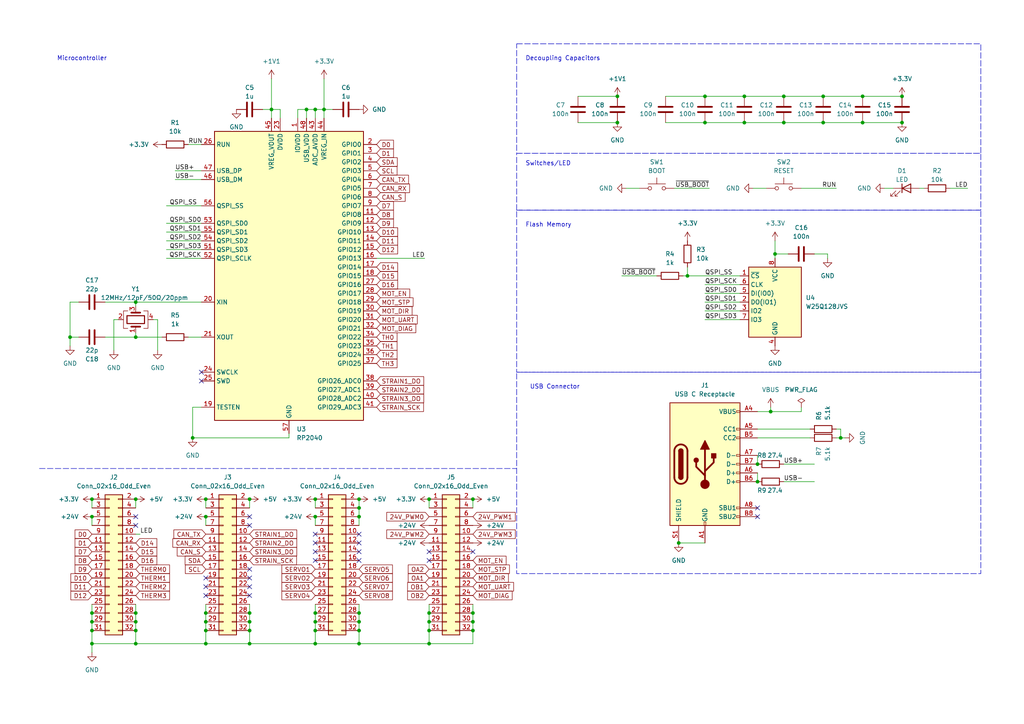
<source format=kicad_sch>
(kicad_sch (version 20231120) (generator "eeschema") (generator_version "8.0")
  (paper "A4")
  (junction (at 72.39 180.34))
  (junction (at 91.44 182.88))
  (junction (at 224.79 73.66))
  (junction (at 39.37 186.69))
  (junction (at 124.46 180.34))
  (junction (at 55.88 127))
  (junction (at 104.14 144.78))
  (junction (at 227.33 35.56))
  (junction (at 59.69 144.78))
  (junction (at 91.44 180.34))
  (junction (at 124.46 182.88))
  (junction (at 215.9 35.56))
  (junction (at 250.19 35.56))
  (junction (at 26.67 182.88))
  (junction (at 39.37 177.8))
  (junction (at 78.74 31.75))
  (junction (at 238.76 35.56))
  (junction (at 88.9 31.75))
  (junction (at 59.69 177.8))
  (junction (at 91.44 186.69))
  (junction (at 219.71 139.7))
  (junction (at 204.47 35.56))
  (junction (at 59.69 180.34))
  (junction (at 179.07 35.56))
  (junction (at 196.85 157.48))
  (junction (at 199.39 80.01))
  (junction (at 243.84 127))
  (junction (at 137.16 180.34))
  (junction (at 104.14 147.32))
  (junction (at 227.33 27.94))
  (junction (at 91.44 177.8))
  (junction (at 104.14 149.86))
  (junction (at 137.16 182.88))
  (junction (at 104.14 186.69))
  (junction (at 59.69 182.88))
  (junction (at 204.47 27.94))
  (junction (at 124.46 144.78))
  (junction (at 179.07 27.94))
  (junction (at 238.76 27.94))
  (junction (at 91.44 149.86))
  (junction (at 20.32 97.79))
  (junction (at 104.14 182.88))
  (junction (at 26.67 186.69))
  (junction (at 124.46 186.69))
  (junction (at 215.9 27.94))
  (junction (at 261.62 35.56))
  (junction (at 91.44 144.78))
  (junction (at 250.19 27.94))
  (junction (at 59.69 186.69))
  (junction (at 91.44 31.75))
  (junction (at 223.52 119.38))
  (junction (at 39.37 144.78))
  (junction (at 104.14 180.34))
  (junction (at 261.62 27.94))
  (junction (at 104.14 177.8))
  (junction (at 26.67 177.8))
  (junction (at 72.39 186.69))
  (junction (at 26.67 180.34))
  (junction (at 39.37 87.63))
  (junction (at 72.39 182.88))
  (junction (at 137.16 177.8))
  (junction (at 124.46 177.8))
  (junction (at 93.98 31.75))
  (junction (at 72.39 177.8))
  (junction (at 26.67 144.78))
  (junction (at 137.16 144.78))
  (junction (at 39.37 180.34))
  (junction (at 219.71 134.62))
  (junction (at 26.67 149.86))
  (junction (at 72.39 144.78))
  (junction (at 39.37 97.79))
  (junction (at 59.69 149.86))
  (junction (at 39.37 182.88))
  (no_connect (at 72.39 152.4))
  (no_connect (at 59.69 167.64))
  (no_connect (at 219.71 149.86))
  (no_connect (at 72.39 167.64))
  (no_connect (at 39.37 149.86))
  (no_connect (at 91.44 162.56))
  (no_connect (at 104.14 157.48))
  (no_connect (at 59.69 170.18))
  (no_connect (at 91.44 160.02))
  (no_connect (at 124.46 162.56))
  (no_connect (at 58.42 107.95))
  (no_connect (at 137.16 160.02))
  (no_connect (at 124.46 160.02))
  (no_connect (at 91.44 154.94))
  (no_connect (at 72.39 172.72))
  (no_connect (at 104.14 160.02))
  (no_connect (at 104.14 162.56))
  (no_connect (at 219.71 147.32))
  (no_connect (at 39.37 152.4))
  (no_connect (at 72.39 149.86))
  (no_connect (at 104.14 154.94))
  (no_connect (at 91.44 157.48))
  (no_connect (at 58.42 110.49))
  (no_connect (at 72.39 165.1))
  (no_connect (at 72.39 170.18))
  (no_connect (at 59.69 172.72))
  (wire (pts (xy 59.69 186.69) (xy 39.37 186.69)))
  (wire (pts (xy 88.9 31.75) (xy 88.9 34.29)))
  (wire (pts (xy 86.36 31.75) (xy 86.36 34.29)))
  (wire (pts (xy 54.61 41.91) (xy 58.42 41.91)))
  (polyline (pts (xy 11.43 135.89) (xy 149.86 135.89)) (stroke (width 0) (type dash)))
  (wire (pts (xy 204.47 90.17) (xy 214.63 90.17)))
  (wire (pts (xy 26.67 186.69) (xy 26.67 189.23)))
  (wire (pts (xy 137.16 180.34) (xy 137.16 182.88)))
  (wire (pts (xy 91.44 31.75) (xy 91.44 34.29)))
  (wire (pts (xy 59.69 175.26) (xy 59.69 177.8)))
  (wire (pts (xy 39.37 177.8) (xy 39.37 180.34)))
  (wire (pts (xy 224.79 73.66) (xy 228.6 73.66)))
  (wire (pts (xy 76.2 31.75) (xy 78.74 31.75)))
  (wire (pts (xy 55.88 118.11) (xy 55.88 127)))
  (wire (pts (xy 137.16 182.88) (xy 137.16 186.69)))
  (wire (pts (xy 39.37 88.9) (xy 39.37 87.63)))
  (wire (pts (xy 242.57 54.61) (xy 232.41 54.61)))
  (wire (pts (xy 104.14 186.69) (xy 91.44 186.69)))
  (wire (pts (xy 137.16 175.26) (xy 137.16 177.8)))
  (wire (pts (xy 219.71 127) (xy 234.95 127)))
  (wire (pts (xy 238.76 35.56) (xy 250.19 35.56)))
  (wire (pts (xy 26.67 182.88) (xy 26.67 186.69)))
  (wire (pts (xy 227.33 35.56) (xy 238.76 35.56)))
  (wire (pts (xy 180.34 80.01) (xy 190.5 80.01)))
  (wire (pts (xy 72.39 144.78) (xy 72.39 147.32)))
  (wire (pts (xy 227.33 134.62) (xy 236.22 134.62)))
  (wire (pts (xy 250.19 27.94) (xy 238.76 27.94)))
  (wire (pts (xy 243.84 124.46) (xy 243.84 127)))
  (wire (pts (xy 26.67 180.34) (xy 26.67 182.88)))
  (wire (pts (xy 72.39 186.69) (xy 59.69 186.69)))
  (wire (pts (xy 81.28 31.75) (xy 78.74 31.75)))
  (wire (pts (xy 48.26 59.69) (xy 58.42 59.69)))
  (wire (pts (xy 45.72 101.6) (xy 45.72 92.71)))
  (wire (pts (xy 81.28 34.29) (xy 81.28 31.75)))
  (wire (pts (xy 39.37 180.34) (xy 39.37 182.88)))
  (wire (pts (xy 242.57 127) (xy 243.84 127)))
  (wire (pts (xy 196.85 157.48) (xy 204.47 157.48)))
  (wire (pts (xy 205.74 54.61) (xy 195.58 54.61)))
  (wire (pts (xy 199.39 80.01) (xy 214.63 80.01)))
  (wire (pts (xy 72.39 175.26) (xy 72.39 177.8)))
  (wire (pts (xy 179.07 27.94) (xy 167.64 27.94)))
  (wire (pts (xy 88.9 31.75) (xy 91.44 31.75)))
  (wire (pts (xy 33.02 92.71) (xy 34.29 92.71)))
  (wire (pts (xy 204.47 87.63) (xy 214.63 87.63)))
  (wire (pts (xy 59.69 149.86) (xy 59.69 152.4)))
  (wire (pts (xy 218.44 54.61) (xy 222.25 54.61)))
  (wire (pts (xy 30.48 87.63) (xy 39.37 87.63)))
  (wire (pts (xy 91.44 177.8) (xy 91.44 180.34)))
  (wire (pts (xy 39.37 87.63) (xy 58.42 87.63)))
  (wire (pts (xy 26.67 144.78) (xy 26.67 147.32)))
  (wire (pts (xy 48.26 69.85) (xy 58.42 69.85)))
  (wire (pts (xy 124.46 144.78) (xy 124.46 147.32)))
  (wire (pts (xy 59.69 144.78) (xy 59.69 147.32)))
  (wire (pts (xy 104.14 147.32) (xy 104.14 149.86)))
  (wire (pts (xy 26.67 177.8) (xy 26.67 180.34)))
  (wire (pts (xy 204.47 27.94) (xy 193.04 27.94)))
  (wire (pts (xy 86.36 31.75) (xy 88.9 31.75)))
  (wire (pts (xy 124.46 180.34) (xy 124.46 182.88)))
  (wire (pts (xy 224.79 73.66) (xy 224.79 74.93)))
  (wire (pts (xy 227.33 27.94) (xy 215.9 27.94)))
  (wire (pts (xy 72.39 180.34) (xy 72.39 182.88)))
  (wire (pts (xy 137.16 177.8) (xy 137.16 180.34)))
  (wire (pts (xy 78.74 31.75) (xy 78.74 34.29)))
  (wire (pts (xy 261.62 35.56) (xy 250.19 35.56)))
  (wire (pts (xy 123.19 74.93) (xy 109.22 74.93)))
  (wire (pts (xy 72.39 177.8) (xy 72.39 180.34)))
  (wire (pts (xy 219.71 137.16) (xy 219.71 139.7)))
  (wire (pts (xy 224.79 69.85) (xy 224.79 73.66)))
  (wire (pts (xy 39.37 97.79) (xy 30.48 97.79)))
  (wire (pts (xy 204.47 85.09) (xy 214.63 85.09)))
  (wire (pts (xy 204.47 92.71) (xy 214.63 92.71)))
  (wire (pts (xy 26.67 149.86) (xy 26.67 152.4)))
  (wire (pts (xy 219.71 119.38) (xy 223.52 119.38)))
  (wire (pts (xy 91.44 149.86) (xy 91.44 152.4)))
  (wire (pts (xy 104.14 175.26) (xy 104.14 177.8)))
  (wire (pts (xy 55.88 127) (xy 83.82 127)))
  (wire (pts (xy 54.61 97.79) (xy 58.42 97.79)))
  (wire (pts (xy 26.67 175.26) (xy 26.67 177.8)))
  (wire (pts (xy 240.03 73.66) (xy 240.03 74.93)))
  (wire (pts (xy 58.42 118.11) (xy 55.88 118.11)))
  (wire (pts (xy 198.12 80.01) (xy 199.39 80.01)))
  (wire (pts (xy 238.76 27.94) (xy 227.33 27.94)))
  (wire (pts (xy 137.16 186.69) (xy 124.46 186.69)))
  (wire (pts (xy 124.46 182.88) (xy 124.46 186.69)))
  (wire (pts (xy 232.41 119.38) (xy 232.41 118.11)))
  (wire (pts (xy 261.62 27.94) (xy 250.19 27.94)))
  (wire (pts (xy 242.57 124.46) (xy 243.84 124.46)))
  (wire (pts (xy 39.37 182.88) (xy 39.37 186.69)))
  (wire (pts (xy 48.26 74.93) (xy 58.42 74.93)))
  (wire (pts (xy 199.39 77.47) (xy 199.39 80.01)))
  (wire (pts (xy 204.47 35.56) (xy 215.9 35.56)))
  (wire (pts (xy 215.9 35.56) (xy 227.33 35.56)))
  (wire (pts (xy 48.26 64.77) (xy 58.42 64.77)))
  (wire (pts (xy 104.14 144.78) (xy 104.14 147.32)))
  (wire (pts (xy 193.04 35.56) (xy 204.47 35.56)))
  (wire (pts (xy 91.44 182.88) (xy 91.44 186.69)))
  (wire (pts (xy 280.67 54.61) (xy 275.59 54.61)))
  (wire (pts (xy 181.61 54.61) (xy 185.42 54.61)))
  (wire (pts (xy 39.37 175.26) (xy 39.37 177.8)))
  (wire (pts (xy 39.37 144.78) (xy 39.37 147.32)))
  (wire (pts (xy 204.47 82.55) (xy 214.63 82.55)))
  (wire (pts (xy 104.14 149.86) (xy 104.14 152.4)))
  (wire (pts (xy 91.44 175.26) (xy 91.44 177.8)))
  (wire (pts (xy 20.32 87.63) (xy 20.32 97.79)))
  (wire (pts (xy 39.37 96.52) (xy 39.37 97.79)))
  (wire (pts (xy 243.84 127) (xy 245.11 127)))
  (wire (pts (xy 223.52 118.11) (xy 223.52 119.38)))
  (wire (pts (xy 215.9 27.94) (xy 204.47 27.94)))
  (wire (pts (xy 59.69 177.8) (xy 59.69 180.34)))
  (wire (pts (xy 104.14 180.34) (xy 104.14 182.88)))
  (wire (pts (xy 124.46 177.8) (xy 124.46 180.34)))
  (wire (pts (xy 40.64 154.94) (xy 39.37 154.94)))
  (wire (pts (xy 72.39 182.88) (xy 72.39 186.69)))
  (wire (pts (xy 58.42 67.31) (xy 48.26 67.31)))
  (wire (pts (xy 223.52 119.38) (xy 232.41 119.38)))
  (wire (pts (xy 93.98 31.75) (xy 93.98 34.29)))
  (wire (pts (xy 227.33 139.7) (xy 236.22 139.7)))
  (wire (pts (xy 179.07 35.56) (xy 167.64 35.56)))
  (wire (pts (xy 91.44 180.34) (xy 91.44 182.88)))
  (wire (pts (xy 50.8 52.07) (xy 58.42 52.07)))
  (wire (pts (xy 20.32 97.79) (xy 20.32 100.33)))
  (wire (pts (xy 93.98 22.86) (xy 93.98 31.75)))
  (wire (pts (xy 124.46 175.26) (xy 124.46 177.8)))
  (wire (pts (xy 39.37 186.69) (xy 26.67 186.69)))
  (wire (pts (xy 20.32 97.79) (xy 22.86 97.79)))
  (wire (pts (xy 219.71 124.46) (xy 234.95 124.46)))
  (wire (pts (xy 91.44 186.69) (xy 72.39 186.69)))
  (wire (pts (xy 78.74 22.86) (xy 78.74 31.75)))
  (wire (pts (xy 91.44 31.75) (xy 93.98 31.75)))
  (wire (pts (xy 39.37 97.79) (xy 46.99 97.79)))
  (wire (pts (xy 45.72 92.71) (xy 44.45 92.71)))
  (wire (pts (xy 236.22 73.66) (xy 240.03 73.66)))
  (wire (pts (xy 266.7 54.61) (xy 267.97 54.61)))
  (wire (pts (xy 59.69 180.34) (xy 59.69 182.88)))
  (wire (pts (xy 104.14 182.88) (xy 104.14 186.69)))
  (wire (pts (xy 256.54 54.61) (xy 259.08 54.61)))
  (wire (pts (xy 219.71 132.08) (xy 219.71 134.62)))
  (wire (pts (xy 48.26 72.39) (xy 58.42 72.39)))
  (wire (pts (xy 59.69 182.88) (xy 59.69 186.69)))
  (wire (pts (xy 83.82 127) (xy 83.82 125.73)))
  (wire (pts (xy 137.16 144.78) (xy 137.16 147.32)))
  (wire (pts (xy 91.44 144.78) (xy 91.44 147.32)))
  (wire (pts (xy 124.46 186.69) (xy 104.14 186.69)))
  (wire (pts (xy 93.98 31.75) (xy 96.52 31.75)))
  (wire (pts (xy 50.8 49.53) (xy 58.42 49.53)))
  (wire (pts (xy 104.14 177.8) (xy 104.14 180.34)))
  (wire (pts (xy 22.86 87.63) (xy 20.32 87.63)))
  (wire (pts (xy 33.02 101.6) (xy 33.02 92.71)))
  (rectangle (start 149.86 60.96) (end 284.48 107.95) (stroke (width 0) (type dash)))
  (rectangle (start 149.86 12.7) (end 284.48 44.45) (stroke (width 0) (type dash)))
  (rectangle (start 149.86 107.95) (end 284.48 166.37) (stroke (width 0) (type dash)))
  (rectangle (start 149.86 44.45) (end 284.48 60.96) (stroke (width 0) (type dash)))
  (text "Decoupling Capacitors\n" (at 152.4 17.78 0) (effects (font (size 1.27 1.27)) (justify left bottom)))
  (text "Switches/LED\n" (at 152.4 48.26 0) (effects (font (size 1.27 1.27)) (justify left bottom)))
  (text "USB Connector\n" (at 153.67 113.03 0) (effects (font (size 1.27 1.27)) (justify left bottom)))
  (text "Flash Memory\n" (at 152.4 66.04 0) (effects (font (size 1.27 1.27)) (justify left bottom)))
  (text "Microcontroller" (at 16.51 17.78 0) (effects (font (size 1.27 1.27)) (justify left bottom)))
  (label "QSPI_SS" (at 204.47 80.01 0))
  (label "QSPI_SCK" (at 58.42 74.93 180))
  (label "USB+" (at 50.8 49.53 0))
  (label "USB-" (at 227.33 139.7 0))
  (label "QSPI_SS" (at 57.15 59.69 180))
  (label "USB+" (at 227.33 134.62 0))
  (label "QSPI_SD1" (at 58.42 67.31 180))
  (label "RUN" (at 242.57 54.61 180))
  (label "QSPI_SD3" (at 204.47 92.71 0))
  (label "RUN" (at 54.61 41.91 0))
  (label "LED" (at 280.67 54.61 180))
  (label "~{USB_BOOT}" (at 205.74 54.61 180))
  (label "QSPI_SD0" (at 204.47 85.09 0))
  (label "LED" (at 123.19 74.93 180))
  (label "QSPI_SD3" (at 58.42 72.39 180))
  (label "~{USB_BOOT}" (at 180.34 80.01 0))
  (label "QSPI_SCK" (at 204.47 82.55 0))
  (label "QSPI_SD2" (at 204.47 90.17 0))
  (label "LED" (at 40.64 154.94 0))
  (label "USB-" (at 50.8 52.07 0))
  (label "QSPI_SD1" (at 204.47 87.63 0))
  (label "QSPI_SD2" (at 58.42 69.85 180))
  (label "QSPI_SD0" (at 58.42 64.77 180))
  (global_label "MOT_DIAG" (shape input) (at 109.22 95.25 0) (property "Intersheetrefs" "${INTERSHEET_REFS}" (effects (hide yes))))
  (global_label "D10" (shape input) (at 109.22 67.31 0) (property "Intersheetrefs" "${INTERSHEET_REFS}" (effects (hide yes))))
  (global_label "D14" (shape input) (at 109.22 77.47 0) (property "Intersheetrefs" "${INTERSHEET_REFS}" (effects (hide yes))))
  (global_label "MOT_DIR" (shape input) (at 109.22 90.17 0) (property "Intersheetrefs" "${INTERSHEET_REFS}" (effects (hide yes))))
  (global_label "MOT_UART" (shape input) (at 137.16 170.18 0) (property "Intersheetrefs" "${INTERSHEET_REFS}" (effects (hide yes))))
  (global_label "CAN_RX" (shape input) (at 109.22 54.61 0) (property "Intersheetrefs" "${INTERSHEET_REFS}" (effects (hide yes))))
  (global_label "D14" (shape input) (at 39.37 157.48 0) (property "Intersheetrefs" "${INTERSHEET_REFS}" (effects (hide yes))))
  (global_label "SERVO8" (shape input) (at 104.14 172.72 0) (property "Intersheetrefs" "${INTERSHEET_REFS}" (effects (hide yes))))
  (global_label "SERVO4" (shape input) (at 91.44 172.72 180) (property "Intersheetrefs" "${INTERSHEET_REFS}" (effects (hide yes))))
  (global_label "D12" (shape input) (at 26.67 172.72 180) (property "Intersheetrefs" "${INTERSHEET_REFS}" (effects (hide yes))))
  (global_label "D12" (shape input) (at 109.22 72.39 0) (property "Intersheetrefs" "${INTERSHEET_REFS}" (effects (hide yes))))
  (global_label "SERVO2" (shape input) (at 91.44 167.64 180) (property "Intersheetrefs" "${INTERSHEET_REFS}" (effects (hide yes))))
  (global_label "SERVO3" (shape input) (at 91.44 170.18 180) (property "Intersheetrefs" "${INTERSHEET_REFS}" (effects (hide yes))))
  (global_label "STRAIN1_DO" (shape input) (at 109.22 110.49 0) (property "Intersheetrefs" "${INTERSHEET_REFS}" (effects (hide yes))))
  (global_label "SCL" (shape input) (at 109.22 49.53 0) (property "Intersheetrefs" "${INTERSHEET_REFS}" (effects (hide yes))))
  (global_label "CAN_TX" (shape input) (at 109.22 52.07 0) (property "Intersheetrefs" "${INTERSHEET_REFS}" (effects (hide yes))))
  (global_label "TH3" (shape input) (at 109.22 105.41 0) (property "Intersheetrefs" "${INTERSHEET_REFS}" (effects (hide yes))))
  (global_label "24V_PWM1" (shape input) (at 137.16 149.86 0) (property "Intersheetrefs" "${INTERSHEET_REFS}" (effects (hide yes))))
  (global_label "D8" (shape input) (at 26.67 162.56 180) (property "Intersheetrefs" "${INTERSHEET_REFS}" (effects (hide yes))))
  (global_label "OB1" (shape input) (at 124.46 170.18 180) (property "Intersheetrefs" "${INTERSHEET_REFS}" (effects (hide yes))))
  (global_label "THERM3" (shape input) (at 39.37 172.72 0) (property "Intersheetrefs" "${INTERSHEET_REFS}" (effects (hide yes))))
  (global_label "STRAIN3_DO" (shape input) (at 109.22 115.57 0) (property "Intersheetrefs" "${INTERSHEET_REFS}" (effects (hide yes))))
  (global_label "CAN_S" (shape input) (at 59.69 160.02 180) (property "Intersheetrefs" "${INTERSHEET_REFS}" (effects (hide yes))))
  (global_label "OB2" (shape input) (at 124.46 172.72 180) (property "Intersheetrefs" "${INTERSHEET_REFS}" (effects (hide yes))))
  (global_label "OA2" (shape input) (at 124.46 165.1 180) (property "Intersheetrefs" "${INTERSHEET_REFS}" (effects (hide yes))))
  (global_label "STRAIN3_DO" (shape input) (at 72.39 160.02 0) (property "Intersheetrefs" "${INTERSHEET_REFS}" (effects (hide yes))))
  (global_label "TH0" (shape input) (at 109.22 97.79 0) (property "Intersheetrefs" "${INTERSHEET_REFS}" (effects (hide yes))))
  (global_label "D10" (shape input) (at 26.67 167.64 180) (property "Intersheetrefs" "${INTERSHEET_REFS}" (effects (hide yes))))
  (global_label "MOT_STP" (shape input) (at 137.16 165.1 0) (property "Intersheetrefs" "${INTERSHEET_REFS}" (effects (hide yes))))
  (global_label "MOT_UART" (shape input) (at 109.22 92.71 0) (property "Intersheetrefs" "${INTERSHEET_REFS}" (effects (hide yes))))
  (global_label "SDA" (shape input) (at 59.69 162.56 180) (property "Intersheetrefs" "${INTERSHEET_REFS}" (effects (hide yes))))
  (global_label "SDA" (shape input) (at 109.22 46.99 0) (property "Intersheetrefs" "${INTERSHEET_REFS}" (effects (hide yes))))
  (global_label "MOT_EN" (shape input) (at 137.16 162.56 0) (property "Intersheetrefs" "${INTERSHEET_REFS}" (effects (hide yes))))
  (global_label "D8" (shape input) (at 109.22 62.23 0) (property "Intersheetrefs" "${INTERSHEET_REFS}" (effects (hide yes))))
  (global_label "SERVO1" (shape input) (at 91.44 165.1 180) (property "Intersheetrefs" "${INTERSHEET_REFS}" (effects (hide yes))))
  (global_label "D15" (shape input) (at 39.37 160.02 0) (property "Intersheetrefs" "${INTERSHEET_REFS}" (effects (hide yes))))
  (global_label "D7" (shape input) (at 26.67 160.02 180) (property "Intersheetrefs" "${INTERSHEET_REFS}" (effects (hide yes))))
  (global_label "24V_PWM0" (shape input) (at 124.46 149.86 180) (property "Intersheetrefs" "${INTERSHEET_REFS}" (effects (hide yes))))
  (global_label "D15" (shape input) (at 109.22 80.01 0) (property "Intersheetrefs" "${INTERSHEET_REFS}" (effects (hide yes))))
  (global_label "STRAIN_SCK" (shape input) (at 72.39 162.56 0) (property "Intersheetrefs" "${INTERSHEET_REFS}" (effects (hide yes))))
  (global_label "THERM2" (shape input) (at 39.37 170.18 0) (property "Intersheetrefs" "${INTERSHEET_REFS}" (effects (hide yes))))
  (global_label "MOT_EN" (shape input) (at 109.22 85.09 0) (property "Intersheetrefs" "${INTERSHEET_REFS}" (effects (hide yes))))
  (global_label "STRAIN_SCK" (shape input) (at 109.22 118.11 0) (property "Intersheetrefs" "${INTERSHEET_REFS}" (effects (hide yes))))
  (global_label "CAN_RX" (shape input) (at 59.69 157.48 180) (property "Intersheetrefs" "${INTERSHEET_REFS}" (effects (hide yes))))
  (global_label "CAN_TX" (shape input) (at 59.69 154.94 180) (property "Intersheetrefs" "${INTERSHEET_REFS}" (effects (hide yes))))
  (global_label "TH1" (shape input) (at 109.22 100.33 0) (property "Intersheetrefs" "${INTERSHEET_REFS}" (effects (hide yes))))
  (global_label "STRAIN2_DO" (shape input) (at 109.22 113.03 0) (property "Intersheetrefs" "${INTERSHEET_REFS}" (effects (hide yes))))
  (global_label "SERVO7" (shape input) (at 104.14 170.18 0) (property "Intersheetrefs" "${INTERSHEET_REFS}" (effects (hide yes))))
  (global_label "D9" (shape input) (at 109.22 64.77 0) (property "Intersheetrefs" "${INTERSHEET_REFS}" (effects (hide yes))))
  (global_label "OA1" (shape input) (at 124.46 167.64 180) (property "Intersheetrefs" "${INTERSHEET_REFS}" (effects (hide yes))))
  (global_label "24V_PWM3" (shape input) (at 137.16 154.94 0) (property "Intersheetrefs" "${INTERSHEET_REFS}" (effects (hide yes))))
  (global_label "THERM1" (shape input) (at 39.37 167.64 0) (property "Intersheetrefs" "${INTERSHEET_REFS}" (effects (hide yes))))
  (global_label "D0" (shape input) (at 26.67 154.94 180) (property "Intersheetrefs" "${INTERSHEET_REFS}" (effects (hide yes))))
  (global_label "D1" (shape input) (at 109.22 44.45 0) (property "Intersheetrefs" "${INTERSHEET_REFS}" (effects (hide yes))))
  (global_label "STRAIN2_DO" (shape input) (at 72.39 157.48 0) (property "Intersheetrefs" "${INTERSHEET_REFS}" (effects (hide yes))))
  (global_label "D7" (shape input) (at 109.22 59.69 0) (property "Intersheetrefs" "${INTERSHEET_REFS}" (effects (hide yes))))
  (global_label "SCL" (shape input) (at 59.69 165.1 180) (property "Intersheetrefs" "${INTERSHEET_REFS}" (effects (hide yes))))
  (global_label "STRAIN1_DO" (shape input) (at 72.39 154.94 0) (property "Intersheetrefs" "${INTERSHEET_REFS}" (effects (hide yes))))
  (global_label "SERVO5" (shape input) (at 104.14 165.1 0) (property "Intersheetrefs" "${INTERSHEET_REFS}" (effects (hide yes))))
  (global_label "D16" (shape input) (at 109.22 82.55 0) (property "Intersheetrefs" "${INTERSHEET_REFS}" (effects (hide yes))))
  (global_label "D9" (shape input) (at 26.67 165.1 180) (property "Intersheetrefs" "${INTERSHEET_REFS}" (effects (hide yes))))
  (global_label "24V_PWM2" (shape input) (at 124.46 154.94 180) (property "Intersheetrefs" "${INTERSHEET_REFS}" (effects (hide yes))))
  (global_label "D0" (shape input) (at 109.22 41.91 0) (property "Intersheetrefs" "${INTERSHEET_REFS}" (effects (hide yes))))
  (global_label "MOT_DIAG" (shape input) (at 137.16 172.72 0) (property "Intersheetrefs" "${INTERSHEET_REFS}" (effects (hide yes))))
  (global_label "THERM0" (shape input) (at 39.37 165.1 0) (property "Intersheetrefs" "${INTERSHEET_REFS}" (effects (hide yes))))
  (global_label "SERVO6" (shape input) (at 104.14 167.64 0) (property "Intersheetrefs" "${INTERSHEET_REFS}" (effects (hide yes))))
  (global_label "D1" (shape input) (at 26.67 157.48 180) (property "Intersheetrefs" "${INTERSHEET_REFS}" (effects (hide yes))))
  (global_label "TH2" (shape input) (at 109.22 102.87 0) (property "Intersheetrefs" "${INTERSHEET_REFS}" (effects (hide yes))))
  (global_label "D11" (shape input) (at 109.22 69.85 0) (property "Intersheetrefs" "${INTERSHEET_REFS}" (effects (hide yes))))
  (global_label "MOT_STP" (shape input) (at 109.22 87.63 0) (property "Intersheetrefs" "${INTERSHEET_REFS}" (effects (hide yes))))
  (global_label "MOT_DIR" (shape input) (at 137.16 167.64 0) (property "Intersheetrefs" "${INTERSHEET_REFS}" (effects (hide yes))))
  (global_label "D16" (shape input) (at 39.37 162.56 0) (property "Intersheetrefs" "${INTERSHEET_REFS}" (effects (hide yes))))
  (global_label "CAN_S" (shape input) (at 109.22 57.15 0) (property "Intersheetrefs" "${INTERSHEET_REFS}" (effects (hide yes))))
  (global_label "D11" (shape input) (at 26.67 170.18 180) (property "Intersheetrefs" "${INTERSHEET_REFS}" (effects (hide yes))))
  (symbol (lib_id "Device:C") (at 238.76 31.75 180) (unit 1)
    (property "Reference" "C13" (at 233.68 30.48 0))
    (property "Value" "100n" (at 233.68 33.02 0))
    (property "Footprint" "Capacitor_SMD:C_0603_1608Metric_Pad1.08x0.95mm_HandSolder" (effects (hide yes)))
    (property "Digikey" "1276-1935-1-ND" (effects (hide yes)))
    (instances (project "Toolhead Board" (path "" (reference "C13") (unit 1))) (project "magn_angle_sensor_v2" (path "" (reference "C7") (unit 1))))
  )
  (symbol (lib_id "Connector_Generic:Conn_02x16_Odd_Even") (at 64.77 162.56 0) (unit 1)
    (property "Reference" "J3" (at 66.04 138.43 0))
    (property "Value" "Conn_02x16_Odd_Even" (at 66.04 140.97 0))
    (property "Footprint" "Connector_PinHeader_2.54mm:PinHeader_2x16_P2.54mm_Vertical" (effects (hide yes)))
    (property "Digikey" "S7084-ND" (effects (hide yes)))
  )
  (symbol (lib_id "power:+5V") (at 104.14 144.78 270) (unit 1)
    (property "Reference" "#PWR036" (effects (hide yes)))
    (property "Value" "+5V" (at 107.95 144.78 90) (effects (justify left)))
  )
  (symbol (lib_id "power:GND") (at 20.32 100.33 0) (unit 1)
    (property "Reference" "#PWR024" (effects (hide yes)))
    (property "Value" "GND" (at 20.32 105.41 0))
    (instances (project "Toolhead Board" (path "" (reference "#PWR024") (unit 1))) (project "can_magnetic_angle_sensor" (path "" (reference "#PWR01") (unit 1))) (project "magn_angle_sensor_v2" (path "" (reference "#PWR028") (unit 1))))
  )
  (symbol (lib_id "power:GND") (at 218.44 54.61 270) (unit 1)
    (property "Reference" "#PWR019" (effects (hide yes)))
    (property "Value" "GND" (at 214.63 54.61 90) (effects (justify right)))
    (instances (project "Toolhead Board" (path "" (reference "#PWR019") (unit 1))) (project "can_magnetic_angle_sensor" (path "" (reference "#PWR06") (unit 1))) (project "magn_angle_sensor_v2" (path "" (reference "#PWR023") (unit 1))))
  )
  (symbol (lib_id "Device:Crystal_GND24") (at 39.37 92.71 90) (unit 1)
    (property "Reference" "Y1" (at 39.37 83.82 90))
    (property "Value" "12MHz/12pF/50Ω/20ppm" (at 41.91 86.36 90))
    (property "Footprint" "Oscillator:Oscillator_SMD_SeikoEpson_SG210-4Pin_2.5x2.0mm_HandSoldering" (effects (hide yes)))
    (property "Digikey" "XC1426CT-ND" (effects (hide yes)))
  )
  (symbol (lib_id "Connector_Generic:Conn_02x16_Odd_Even") (at 129.54 162.56 0) (unit 1)
    (property "Reference" "J5" (at 130.81 138.43 0))
    (property "Value" "Conn_02x16_Odd_Even" (at 130.81 140.97 0))
    (property "Footprint" "Connector_PinHeader_2.54mm:PinHeader_2x16_P2.54mm_Vertical" (effects (hide yes)))
    (property "Digikey" "S7084-ND" (effects (hide yes)))
  )
  (symbol (lib_id "power:+3.3V") (at 93.98 22.86 0) (unit 1)
    (property "Reference" "#PWR010" (effects (hide yes)))
    (property "Value" "+3.3V" (at 93.98 17.78 0))
    (instances (project "Toolhead Board" (path "" (reference "#PWR010") (unit 1))) (project "magn_angle_sensor_v2" (path "" (reference "#PWR013") (unit 1))))
  )
  (symbol (lib_id "power:GND") (at 45.72 101.6 0) (unit 1)
    (property "Reference" "#PWR027" (effects (hide yes)))
    (property "Value" "GND" (at 45.72 106.68 0))
    (instances (project "Toolhead Board" (path "" (reference "#PWR027") (unit 1))) (project "can_magnetic_angle_sensor" (path "" (reference "#PWR012") (unit 1))) (project "magn_angle_sensor_v2" (path "" (reference "#PWR030") (unit 1))))
  )
  (symbol (lib_id "Device:C") (at 167.64 31.75 180) (unit 1)
    (property "Reference" "C7" (at 162.56 30.48 0))
    (property "Value" "100n" (at 162.56 33.02 0))
    (property "Footprint" "Capacitor_SMD:C_0603_1608Metric_Pad1.08x0.95mm_HandSolder" (effects (hide yes)))
    (property "Digikey" "1276-1935-1-ND" (effects (hide yes)))
    (instances (project "Toolhead Board" (path "" (reference "C7") (unit 1))) (project "magn_angle_sensor_v2" (path "" (reference "C1") (unit 1))))
  )
  (symbol (lib_id "power:+5V") (at 72.39 144.78 270) (unit 1)
    (property "Reference" "#PWR034" (effects (hide yes)))
    (property "Value" "+5V" (at 76.2 144.78 90) (effects (justify left)))
  )
  (symbol (lib_id "Device:R") (at 199.39 73.66 180) (unit 1)
    (property "Reference" "R3" (at 201.93 72.39 0) (effects (justify right)))
    (property "Value" "10k" (at 201.93 74.93 0) (effects (justify right)))
    (property "Footprint" "Resistor_SMD:R_0603_1608Metric_Pad0.98x0.95mm_HandSolder" (effects (hide yes)))
    (property "Digikey" "1292-WR06X103JTLCT-ND" (effects (hide yes)))
    (instances (project "Toolhead Board" (path "" (reference "R3") (unit 1))) (project "can_magnetic_angle_sensor" (path "" (reference "R6") (unit 1))) (project "magn_angle_sensor_v2" (path "" (reference "R1") (unit 1))))
  )
  (symbol (lib_id "Device:C") (at 26.67 97.79 90) (mirror x) (unit 1)
    (property "Reference" "C18" (at 26.67 104.14 90))
    (property "Value" "22p" (at 26.67 101.6 90))
    (property "Footprint" "Capacitor_SMD:C_0603_1608Metric_Pad1.08x0.95mm_HandSolder" (effects (hide yes)))
    (property "Digikey" "478-KGM15ACG1C220KTCT-ND" (effects (hide yes)))
    (instances (project "Toolhead Board" (path "" (reference "C18") (unit 1))) (project "can_magnetic_angle_sensor" (path "" (reference "C3") (unit 1))) (project "magn_angle_sensor_v2" (path "" (reference "C21") (unit 1))))
  )
  (symbol (lib_id "Device:C") (at 204.47 31.75 180) (unit 1)
    (property "Reference" "C10" (at 199.39 30.48 0))
    (property "Value" "100n" (at 199.39 33.02 0))
    (property "Footprint" "Capacitor_SMD:C_0603_1608Metric_Pad1.08x0.95mm_HandSolder" (effects (hide yes)))
    (property "Digikey" "1276-1935-1-ND" (effects (hide yes)))
    (instances (project "Toolhead Board" (path "" (reference "C10") (unit 1))) (project "magn_angle_sensor_v2" (path "" (reference "C4") (unit 1))))
  )
  (symbol (lib_id "Device:C") (at 26.67 87.63 90) (unit 1)
    (property "Reference" "C17" (at 26.67 81.28 90))
    (property "Value" "22p" (at 26.67 83.82 90))
    (property "Footprint" "Capacitor_SMD:C_0603_1608Metric_Pad1.08x0.95mm_HandSolder" (effects (hide yes)))
    (property "Digikey" "478-KGM15ACG1C220KTCT-ND" (effects (hide yes)))
    (instances (project "Toolhead Board" (path "" (reference "C17") (unit 1))) (project "can_magnetic_angle_sensor" (path "" (reference "C2") (unit 1))) (project "magn_angle_sensor_v2" (path "" (reference "C20") (unit 1))))
  )
  (symbol (lib_id "power:+24V") (at 91.44 149.86 90) (unit 1)
    (property "Reference" "#PWR041" (effects (hide yes)))
    (property "Value" "+24V" (at 87.63 149.86 90) (effects (justify left)))
  )
  (symbol (lib_id "power:+3.3V") (at 46.99 41.91 90) (unit 1)
    (property "Reference" "#PWR017" (effects (hide yes)))
    (property "Value" "+3.3V" (at 43.18 41.91 90) (effects (justify left)))
  )
  (symbol (lib_id "power:+3.3V") (at 199.39 69.85 0) (unit 1)
    (property "Reference" "#PWR021" (effects (hide yes)))
    (property "Value" "+3.3V" (at 199.39 64.77 0))
    (instances (project "Toolhead Board" (path "" (reference "#PWR021") (unit 1))) (project "can_magnetic_angle_sensor" (path "" (reference "#PWR016") (unit 1))) (project "magn_angle_sensor_v2" (path "" (reference "#PWR06") (unit 1))))
  )
  (symbol (lib_id "power:GND") (at 55.88 127 0) (unit 1)
    (property "Reference" "#PWR029" (effects (hide yes)))
    (property "Value" "GND" (at 55.88 132.08 0))
    (instances (project "Toolhead Board" (path "" (reference "#PWR029") (unit 1))) (project "can_magnetic_angle_sensor" (path "" (reference "#PWR018") (unit 1))) (project "magn_angle_sensor_v2" (path "" (reference "#PWR032") (unit 1))))
  )
  (symbol (lib_id "power:+3.3V") (at 91.44 144.78 90) (unit 1)
    (property "Reference" "#PWR035" (effects (hide yes)))
    (property "Value" "+3.3V" (at 87.63 144.78 90) (effects (justify left)))
  )
  (symbol (lib_id "Device:C") (at 179.07 31.75 180) (unit 1)
    (property "Reference" "C8" (at 173.99 30.48 0))
    (property "Value" "100n" (at 173.99 33.02 0))
    (property "Footprint" "Capacitor_SMD:C_0603_1608Metric_Pad1.08x0.95mm_HandSolder" (effects (hide yes)))
    (property "Digikey" "1276-1935-1-ND" (effects (hide yes)))
    (instances (project "Toolhead Board" (path "" (reference "C8") (unit 1))) (project "magn_angle_sensor_v2" (path "" (reference "C2") (unit 1))))
  )
  (symbol (lib_id "MCU_RaspberryPi:RP2040") (at 83.82 80.01 0) (unit 1)
    (property "Reference" "U3" (at 86.0141 124.46 0) (effects (justify left)))
    (property "Value" "RP2040" (at 86.0141 127 0) (effects (justify left)))
    (property "Footprint" "Package_DFN_QFN:QFN-56-1EP_7x7mm_P0.4mm_EP3.2x3.2mm" (effects (hide yes)))
    (property "Datasheet" "https://datasheets.raspberrypi.com/rp2040/rp2040-datasheet.pdf" (effects (hide yes)))
    (property "Digikey" "2648-SC0914(13)CT-ND" (effects (hide yes)))
    (instances (project "Toolhead Board" (path "" (reference "U3") (unit 1))) (project "magn_angle_sensor_v2" (path "" (reference "U5") (unit 1))))
  )
  (symbol (lib_id "power:GND") (at 179.07 35.56 0) (unit 1)
    (property "Reference" "#PWR015" (effects (hide yes)))
    (property "Value" "GND" (at 179.07 40.64 0))
    (instances (project "Toolhead Board" (path "" (reference "#PWR015") (unit 1))) (project "magn_angle_sensor_v2" (path "" (reference "#PWR09") (unit 1))))
  )
  (symbol (lib_id "power:+3.3V") (at 224.79 69.85 0) (unit 1)
    (property "Reference" "#PWR022" (effects (hide yes)))
    (property "Value" "+3.3V" (at 224.79 64.77 0))
    (instances (project "Toolhead Board" (path "" (reference "#PWR022") (unit 1))) (project "can_magnetic_angle_sensor" (path "" (reference "#PWR019") (unit 1))) (project "magn_angle_sensor_v2" (path "" (reference "#PWR07") (unit 1))))
  )
  (symbol (lib_id "Device:R") (at 194.31 80.01 90) (unit 1)
    (property "Reference" "R4" (at 194.31 73.66 90))
    (property "Value" "1k" (at 194.31 76.2 90))
    (property "Footprint" "Resistor_SMD:R_0603_1608Metric_Pad0.98x0.95mm_HandSolder" (effects (hide yes)))
    (property "Digikey" "311-1.00KHRCT-ND" (effects (hide yes)))
    (instances (project "Toolhead Board" (path "" (reference "R4") (unit 1))) (project "can_magnetic_angle_sensor" (path "" (reference "R5") (unit 1))) (project "magn_angle_sensor_v2" (path "" (reference "R2") (unit 1))))
  )
  (symbol (lib_id "Connector_Generic:Conn_02x16_Odd_Even") (at 31.75 162.56 0) (unit 1)
    (property "Reference" "J2" (at 33.02 138.43 0))
    (property "Value" "Conn_02x16_Odd_Even" (at 33.02 140.97 0))
    (property "Footprint" "Connector_PinHeader_2.54mm:PinHeader_2x16_P2.54mm_Vertical" (effects (hide yes)))
    (property "Digikey" "S7084-ND" (effects (hide yes)))
  )
  (symbol (lib_id "Device:C") (at 215.9 31.75 180) (unit 1)
    (property "Reference" "C11" (at 210.82 30.48 0))
    (property "Value" "100n" (at 210.82 33.02 0))
    (property "Footprint" "Capacitor_SMD:C_0603_1608Metric_Pad1.08x0.95mm_HandSolder" (effects (hide yes)))
    (property "Digikey" "1276-1935-1-ND" (effects (hide yes)))
    (instances (project "Toolhead Board" (path "" (reference "C11") (unit 1))) (project "magn_angle_sensor_v2" (path "" (reference "C5") (unit 1))))
  )
  (symbol (lib_id "power:+1V1") (at 78.74 22.86 0) (unit 1)
    (property "Reference" "#PWR09" (effects (hide yes)))
    (property "Value" "+1V1" (at 78.74 17.78 0))
    (instances (project "Toolhead Board" (path "" (reference "#PWR09") (unit 1))) (project "magn_angle_sensor_v2" (path "" (reference "#PWR012") (unit 1))))
  )
  (symbol (lib_id "power:+3.3V") (at 261.62 27.94 0) (unit 1)
    (property "Reference" "#PWR012" (effects (hide yes)))
    (property "Value" "+3.3V" (at 261.62 22.86 0))
    (instances (project "Toolhead Board" (path "" (reference "#PWR012") (unit 1))) (project "magn_angle_sensor_v2" (path "" (reference "#PWR02") (unit 1))))
  )
  (symbol (lib_id "power:+3.3V") (at 124.46 144.78 90) (unit 1)
    (property "Reference" "#PWR037" (effects (hide yes)))
    (property "Value" "+3.3V" (at 120.65 144.78 90) (effects (justify left)))
  )
  (symbol (lib_id "power:GND") (at 240.03 74.93 0) (unit 1)
    (property "Reference" "#PWR023" (effects (hide yes)))
    (property "Value" "GND" (at 240.03 80.01 0))
    (instances (project "Toolhead Board" (path "" (reference "#PWR023") (unit 1))) (project "can_magnetic_angle_sensor" (path "" (reference "#PWR021") (unit 1))) (project "magn_angle_sensor_v2" (path "" (reference "#PWR08") (unit 1))))
  )
  (symbol (lib_id "Device:R") (at 271.78 54.61 90) (unit 1)
    (property "Reference" "R2" (at 271.78 49.53 90))
    (property "Value" "10k" (at 271.78 52.07 90))
    (property "Footprint" "Resistor_SMD:R_0603_1608Metric_Pad0.98x0.95mm_HandSolder" (effects (hide yes)))
    (property "Digikey" "1292-WR06X103JTLCT-ND" (effects (hide yes)))
    (instances (project "Toolhead Board" (path "" (reference "R2") (unit 1))) (project "can_magnetic_angle_sensor" (path "" (reference "R1") (unit 1))) (project "magn_angle_sensor_v2" (path "" (reference "R6") (unit 1))))
  )
  (symbol (lib_id "power:+24V") (at 124.46 152.4 90) (unit 1)
    (property "Reference" "#PWR042" (effects (hide yes)))
    (property "Value" "+24V" (at 120.65 152.4 90) (effects (justify left)))
  )
  (symbol (lib_id "Device:R") (at 223.52 139.7 270) (unit 1)
    (property "Reference" "R9" (at 220.98 142.24 90))
    (property "Value" "27.4" (at 224.79 142.24 90))
    (property "Footprint" "Resistor_SMD:R_0603_1608Metric_Pad0.98x0.95mm_HandSolder" (effects (hide yes)))
    (property "Digikey" "RMCF0603FT27R4CT-ND" (effects (hide yes)))
    (instances (project "Toolhead Board" (path "" (reference "R9") (unit 1))) (project "magn_angle_sensor_v2" (path "" (reference "R5") (unit 1))))
  )
  (symbol (lib_id "power:GND") (at 224.79 100.33 0) (unit 1)
    (property "Reference" "#PWR025" (effects (hide yes)))
    (property "Value" "GND" (at 224.79 105.41 0))
    (instances (project "Toolhead Board" (path "" (reference "#PWR025") (unit 1))) (project "can_magnetic_angle_sensor" (path "" (reference "#PWR020") (unit 1))) (project "magn_angle_sensor_v2" (path "" (reference "#PWR016") (unit 1))))
  )
  (symbol (lib_id "power:VBUS") (at 223.52 118.11 0) (unit 1)
    (property "Reference" "#PWR028" (effects (hide yes)))
    (property "Value" "VBUS" (at 223.52 113.03 0))
    (instances (project "Toolhead Board" (path "" (reference "#PWR028") (unit 1))) (project "can_magnetic_angle_sensor" (path "" (reference "#PWR013") (unit 1))) (project "magn_angle_sensor_v2" (path "" (reference "#PWR033") (unit 1))))
  )
  (symbol (lib_id "power:+5V") (at 39.37 144.78 270) (unit 1)
    (property "Reference" "#PWR032" (effects (hide yes)))
    (property "Value" "+5V" (at 43.18 144.78 90) (effects (justify left)))
  )
  (symbol (lib_id "Memory_Flash:W25Q128JVS") (at 224.79 87.63 0) (unit 1)
    (property "Reference" "U4" (at 233.68 86.36 0) (effects (justify left)))
    (property "Value" "W25Q128JVS" (at 233.68 88.9 0) (effects (justify left)))
    (property "Footprint" "Package_SO:SOIC-8_5.23x5.23mm_P1.27mm" (effects (hide yes)))
    (property "Datasheet" "http://www.winbond.com/resource-files/w25q128jv_dtr%20revc%2003272018%20plus.pdf" (effects (hide yes)))
    (property "Digikey" "W25Q128JVSIQ-ND" (effects (hide yes)))
    (instances (project "Toolhead Board" (path "" (reference "U4") (unit 1))) (project "can_magnetic_angle_sensor" (path "" (reference "U2") (unit 1))) (project "magn_angle_sensor_v2" (path "" (reference "U3") (unit 1))))
  )
  (symbol (lib_id "power:+24V") (at 26.67 149.86 90) (unit 1)
    (property "Reference" "#PWR039" (effects (hide yes)))
    (property "Value" "+24V" (at 22.86 149.86 90) (effects (justify left)))
  )
  (symbol (lib_id "Switch:SW_Push") (at 227.33 54.61 0) (unit 1)
    (property "Reference" "SW2" (at 227.33 46.99 0))
    (property "Value" "RESET" (at 227.33 49.53 0))
    (property "Footprint" "Button_Switch_SMD:SW_SPST_B3U-1000P" (effects (hide yes)))
    (property "Digikey" "SW1020CT-ND" (effects (hide yes)))
    (instances (project "Toolhead Board" (path "" (reference "SW2") (unit 1))) (project "can_magnetic_angle_sensor" (path "" (reference "RESET1") (unit 1))) (project "magn_angle_sensor_v2" (path "" (reference "SW2") (unit 1))))
  )
  (symbol (lib_id "power:GND") (at 33.02 101.6 0) (unit 1)
    (property "Reference" "#PWR026" (effects (hide yes)))
    (property "Value" "GND" (at 33.02 106.68 0))
    (instances (project "Toolhead Board" (path "" (reference "#PWR026") (unit 1))) (project "can_magnetic_angle_sensor" (path "" (reference "#PWR010") (unit 1))) (project "magn_angle_sensor_v2" (path "" (reference "#PWR029") (unit 1))))
  )
  (symbol (lib_id "Device:C") (at 250.19 31.75 180) (unit 1)
    (property "Reference" "C14" (at 245.11 30.48 0))
    (property "Value" "100n" (at 245.11 33.02 0))
    (property "Footprint" "Capacitor_SMD:C_0603_1608Metric_Pad1.08x0.95mm_HandSolder" (effects (hide yes)))
    (property "Digikey" "1276-1935-1-ND" (effects (hide yes)))
    (instances (project "Toolhead Board" (path "" (reference "C14") (unit 1))) (project "magn_angle_sensor_v2" (path "" (reference "C8") (unit 1))))
  )
  (symbol (lib_id "Device:C") (at 100.33 31.75 90) (unit 1)
    (property "Reference" "C6" (at 100.33 25.4 90))
    (property "Value" "1u" (at 100.33 27.94 90))
    (property "Footprint" "Capacitor_SMD:C_0603_1608Metric_Pad1.08x0.95mm_HandSolder" (effects (hide yes)))
    (property "Digikey" "1276-1102-1-ND" (effects (hide yes)))
    (instances (project "Toolhead Board" (path "" (reference "C6") (unit 1))) (project "magn_angle_sensor_v2" (path "" (reference "C16") (unit 1))))
  )
  (symbol (lib_id "power:+1V1") (at 179.07 27.94 0) (unit 1)
    (property "Reference" "#PWR011" (effects (hide yes)))
    (property "Value" "+1V1" (at 179.07 22.86 0))
    (instances (project "Toolhead Board" (path "" (reference "#PWR011") (unit 1))) (project "magn_angle_sensor_v2" (path "" (reference "#PWR01") (unit 1))))
  )
  (symbol (lib_id "power:+24V") (at 137.16 152.4 270) (unit 1)
    (property "Reference" "#PWR043" (effects (hide yes)))
    (property "Value" "+24V" (at 140.97 152.4 90) (effects (justify left)))
  )
  (symbol (lib_id "power:GND") (at 104.14 31.75 90) (unit 1)
    (property "Reference" "#PWR014" (effects (hide yes)))
    (property "Value" "GND" (at 107.95 31.75 90) (effects (justify right)))
    (instances (project "Toolhead Board" (path "" (reference "#PWR014") (unit 1))) (project "magn_angle_sensor_v2" (path "" (reference "#PWR015") (unit 1))))
  )
  (symbol (lib_id "Device:C") (at 193.04 31.75 180) (unit 1)
    (property "Reference" "C9" (at 187.96 30.48 0))
    (property "Value" "100n" (at 187.96 33.02 0))
    (property "Footprint" "Capacitor_SMD:C_0603_1608Metric_Pad1.08x0.95mm_HandSolder" (effects (hide yes)))
    (property "Digikey" "1276-1935-1-ND" (effects (hide yes)))
    (instances (project "Toolhead Board" (path "" (reference "C9") (unit 1))) (project "magn_angle_sensor_v2" (path "" (reference "C3") (unit 1))))
  )
  (symbol (lib_id "Device:C") (at 227.33 31.75 180) (unit 1)
    (property "Reference" "C12" (at 222.25 30.48 0))
    (property "Value" "100n" (at 222.25 33.02 0))
    (property "Footprint" "Capacitor_SMD:C_0603_1608Metric_Pad1.08x0.95mm_HandSolder" (effects (hide yes)))
    (property "Digikey" "1276-1935-1-ND" (effects (hide yes)))
    (instances (project "Toolhead Board" (path "" (reference "C12") (unit 1))) (project "magn_angle_sensor_v2" (path "" (reference "C6") (unit 1))))
  )
  (symbol (lib_id "Device:R") (at 223.52 134.62 90) (unit 1)
    (property "Reference" "R8" (at 220.98 132.08 90))
    (property "Value" "27.4" (at 224.79 132.08 90))
    (property "Footprint" "Resistor_SMD:R_0603_1608Metric_Pad0.98x0.95mm_HandSolder" (effects (hide yes)))
    (property "Digikey" "RMCF0603FT27R4CT-ND" (effects (hide yes)))
    (instances (project "Toolhead Board" (path "" (reference "R8") (unit 1))) (project "magn_angle_sensor_v2" (path "" (reference "R4") (unit 1))))
  )
  (symbol (lib_id "power:GND") (at 26.67 189.23 0) (unit 1)
    (property "Reference" "#PWR047" (effects (hide yes)))
    (property "Value" "GND" (at 26.67 194.31 0))
  )
  (symbol (lib_id "power:GND") (at 196.85 157.48 0) (unit 1)
    (property "Reference" "#PWR046" (effects (hide yes)))
    (property "Value" "GND" (at 196.85 162.56 0))
    (instances (project "Toolhead Board" (path "" (reference "#PWR046") (unit 1))) (project "can_magnetic_angle_sensor" (path "" (reference "#PWR02") (unit 1))) (project "magn_angle_sensor_v2" (path "" (reference "#PWR038") (unit 1))))
  )
  (symbol (lib_id "power:GND") (at 181.61 54.61 270) (unit 1)
    (property "Reference" "#PWR018" (effects (hide yes)))
    (property "Value" "GND" (at 177.8 54.61 90) (effects (justify right)))
    (instances (project "Toolhead Board" (path "" (reference "#PWR018") (unit 1))) (project "can_magnetic_angle_sensor" (path "" (reference "#PWR05") (unit 1))) (project "magn_angle_sensor_v2" (path "" (reference "#PWR021") (unit 1))))
  )
  (symbol (lib_id "Device:R") (at 238.76 127 90) (mirror x) (unit 1)
    (property "Reference" "R7" (at 237.49 129.54 0) (effects (justify left)))
    (property "Value" "5.1k" (at 240.03 129.54 0) (effects (justify left)))
    (property "Footprint" "Resistor_SMD:R_0603_1608Metric_Pad0.98x0.95mm_HandSolder" (effects (hide yes)))
    (property "Digikey" "311-5.10KHRCT-ND" (effects (hide yes)))
    (instances (project "Toolhead Board" (path "" (reference "R7") (unit 1))) (project "can_magnetic_angle_sensor" (path "" (reference "R3") (unit 1))) (project "magn_angle_sensor_v2" (path "" (reference "R10") (unit 1))))
  )
  (symbol (lib_id "power:PWR_FLAG") (at 232.41 118.11 0) (unit 1)
    (property "Reference" "#FLG03" (effects (hide yes)))
    (property "Value" "PWR_FLAG" (at 232.41 113.03 0))
    (instances (project "Toolhead Board" (path "" (reference "#FLG03") (unit 1))) (project "can_magnetic_angle_sensor" (path "" (reference "#FLG01") (unit 1))) (project "magn_angle_sensor_v2" (path "" (reference "#FLG01") (unit 1))))
  )
  (symbol (lib_id "Connector_Generic:Conn_02x16_Odd_Even") (at 96.52 162.56 0) (unit 1)
    (property "Reference" "J4" (at 97.79 138.43 0))
    (property "Value" "Conn_02x16_Odd_Even" (at 97.79 140.97 0))
    (property "Footprint" "Connector_PinHeader_2.54mm:PinHeader_2x16_P2.54mm_Vertical" (effects (hide yes)))
    (property "Digikey" "S7084-ND" (effects (hide yes)))
  )
  (symbol (lib_id "Device:R") (at 238.76 124.46 90) (unit 1)
    (property "Reference" "R6" (at 237.49 121.92 0) (effects (justify left)))
    (property "Value" "5.1k" (at 240.03 121.92 0) (effects (justify left)))
    (property "Footprint" "Resistor_SMD:R_0603_1608Metric_Pad0.98x0.95mm_HandSolder" (effects (hide yes)))
    (property "Digikey" "311-5.10KHRCT-ND" (effects (hide yes)))
    (instances (project "Toolhead Board" (path "" (reference "R6") (unit 1))) (project "can_magnetic_angle_sensor" (path "" (reference "R4") (unit 1))) (project "magn_angle_sensor_v2" (path "" (reference "R11") (unit 1))))
  )
  (symbol (lib_id "Device:R") (at 50.8 41.91 90) (unit 1)
    (property "Reference" "R1" (at 50.8 35.56 90))
    (property "Value" "10k" (at 50.8 38.1 90))
    (property "Footprint" "Resistor_SMD:R_0603_1608Metric_Pad0.98x0.95mm_HandSolder" (effects (hide yes)))
    (property "Digikey" "1292-WR06X103JTLCT-ND" (effects (hide yes)))
    (instances (project "Toolhead Board" (path "" (reference "R1") (unit 1))) (project "can_magnetic_angle_sensor" (path "" (reference "R7") (unit 1))) (project "magn_angle_sensor_v2" (path "" (reference "R3") (unit 1))))
  )
  (symbol (lib_id "power:+24V") (at 137.16 157.48 270) (unit 1)
    (property "Reference" "#PWR045" (effects (hide yes)))
    (property "Value" "+24V" (at 140.97 157.48 90) (effects (justify left)))
  )
  (symbol (lib_id "power:+3.3V") (at 59.69 144.78 90) (unit 1)
    (property "Reference" "#PWR033" (effects (hide yes)))
    (property "Value" "+3.3V" (at 55.88 144.78 90) (effects (justify left)))
  )
  (symbol (lib_id "Device:R") (at 50.8 97.79 90) (unit 1)
    (property "Reference" "R5" (at 50.8 91.44 90))
    (property "Value" "1k" (at 50.8 93.98 90))
    (property "Footprint" "Resistor_SMD:R_0603_1608Metric_Pad0.98x0.95mm_HandSolder" (effects (hide yes)))
    (property "Digikey" "311-1.00KHRCT-ND" (effects (hide yes)))
    (instances (project "Toolhead Board" (path "" (reference "R5") (unit 1))) (project "can_magnetic_angle_sensor" (path "" (reference "R2") (unit 1))) (project "magn_angle_sensor_v2" (path "" (reference "R7") (unit 1))))
  )
  (symbol (lib_id "power:+5V") (at 137.16 144.78 270) (unit 1)
    (property "Reference" "#PWR038" (effects (hide yes)))
    (property "Value" "+5V" (at 140.97 144.78 90) (effects (justify left)))
  )
  (symbol (lib_id "power:+24V") (at 124.46 157.48 90) (unit 1)
    (property "Reference" "#PWR044" (effects (hide yes)))
    (property "Value" "+24V" (at 120.65 157.48 90) (effects (justify left)))
  )
  (symbol (lib_id "power:+3.3V") (at 26.67 144.78 90) (unit 1)
    (property "Reference" "#PWR031" (effects (hide yes)))
    (property "Value" "+3.3V" (at 22.86 144.78 90) (effects (justify left)))
  )
  (symbol (lib_id "Connector:USB_C_Receptacle_USB2.0") (at 204.47 134.62 0) (unit 1)
    (property "Reference" "J1" (at 204.47 111.76 0))
    (property "Value" "USB C Receptacle" (at 204.47 114.3 0))
    (property "Footprint" "usb_port:12402012E212A_AMP" (effects (hide yes)))
    (property "Datasheet" "https://www.usb.org/sites/default/files/documents/usb_type-c.zip" (effects (hide yes)))
    (property "Digikey" "664-12402012E212ACT-ND" (effects (hide yes)))
    (instances (project "Toolhead Board" (path "" (reference "J1") (unit 1))) (project "can_magnetic_angle_sensor" (path "" (reference "J2") (unit 1))) (project "magn_angle_sensor_v2" (path "" (reference "J2") (unit 1))))
  )
  (symbol (lib_id "Device:C") (at 261.62 31.75 180) (unit 1)
    (property "Reference" "C15" (at 256.54 30.48 0))
    (property "Value" "100n" (at 256.54 33.02 0))
    (property "Footprint" "Capacitor_SMD:C_0603_1608Metric_Pad1.08x0.95mm_HandSolder" (effects (hide yes)))
    (property "Digikey" "1276-1935-1-ND" (effects (hide yes)))
    (instances (project "Toolhead Board" (path "" (reference "C15") (unit 1))) (project "magn_angle_sensor_v2" (path "" (reference "C9") (unit 1))))
  )
  (symbol (lib_id "power:GND") (at 256.54 54.61 270) (unit 1)
    (property "Reference" "#PWR020" (effects (hide yes)))
    (property "Value" "GND" (at 252.73 54.61 90) (effects (justify right)))
    (instances (project "Toolhead Board" (path "" (reference "#PWR020") (unit 1))) (project "can_magnetic_angle_sensor" (path "" (reference "#PWR07") (unit 1))) (project "magn_angle_sensor_v2" (path "" (reference "#PWR025") (unit 1))))
  )
  (symbol (lib_id "Switch:SW_Push") (at 190.5 54.61 0) (unit 1)
    (property "Reference" "SW1" (at 190.5 46.99 0))
    (property "Value" "BOOT" (at 190.5 49.53 0))
    (property "Footprint" "Button_Switch_SMD:SW_SPST_B3U-1000P" (effects (hide yes)))
    (property "Digikey" "SW1020CT-ND" (effects (hide yes)))
    (instances (project "Toolhead Board" (path "" (reference "SW1") (unit 1))) (project "can_magnetic_angle_sensor" (path "" (reference "BOOT1") (unit 1))) (project "magn_angle_sensor_v2" (path "" (reference "SW1") (unit 1))))
  )
  (symbol (lib_id "power:GND") (at 245.11 127 90) (unit 1)
    (property "Reference" "#PWR030" (effects (hide yes)))
    (property "Value" "GND" (at 250.19 127 0))
    (instances (project "Toolhead Board" (path "" (reference "#PWR030") (unit 1))) (project "can_magnetic_angle_sensor" (path "" (reference "#PWR015") (unit 1))) (project "magn_angle_sensor_v2" (path "" (reference "#PWR036") (unit 1))))
  )
  (symbol (lib_id "power:GND") (at 261.62 35.56 0) (unit 1)
    (property "Reference" "#PWR016" (effects (hide yes)))
    (property "Value" "GND" (at 261.62 40.64 0))
    (instances (project "Toolhead Board" (path "" (reference "#PWR016") (unit 1))) (project "magn_angle_sensor_v2" (path "" (reference "#PWR010") (unit 1))))
  )
  (symbol (lib_id "Device:C") (at 232.41 73.66 90) (unit 1)
    (property "Reference" "C16" (at 232.41 66.04 90))
    (property "Value" "100n" (at 232.41 68.58 90))
    (property "Footprint" "Capacitor_SMD:C_0603_1608Metric_Pad1.08x0.95mm_HandSolder" (effects (hide yes)))
    (property "Digikey" "1276-1935-1-ND" (effects (hide yes)))
    (instances (project "Toolhead Board" (path "" (reference "C16") (unit 1))) (project "can_magnetic_angle_sensor" (path "" (reference "C6") (unit 1))) (project "magn_angle_sensor_v2" (path "" (reference "C14") (unit 1))))
  )
  (symbol (lib_id "power:+24V") (at 59.69 149.86 90) (unit 1)
    (property "Reference" "#PWR040" (effects (hide yes)))
    (property "Value" "+24V" (at 55.88 149.86 90) (effects (justify left)))
  )
  (symbol (lib_id "Device:C") (at 72.39 31.75 90) (unit 1)
    (property "Reference" "C5" (at 72.39 25.4 90))
    (property "Value" "1u" (at 72.39 27.94 90))
    (property "Footprint" "Capacitor_SMD:C_0603_1608Metric_Pad1.08x0.95mm_HandSolder" (effects (hide yes)))
    (property "Digikey" "1276-1102-1-ND" (effects (hide yes)))
    (instances (project "Toolhead Board" (path "" (reference "C5") (unit 1))) (project "magn_angle_sensor_v2" (path "" (reference "C15") (unit 1))))
  )
  (symbol (lib_id "Device:LED") (at 262.89 54.61 0) (unit 1)
    (property "Reference" "D1" (at 261.62 49.53 0))
    (property "Value" "LED" (at 261.62 52.07 0))
    (property "Footprint" "LED_SMD:LED_1206_3216Metric_Pad1.42x1.75mm_HandSolder" (effects (hide yes)))
  )
  (symbol (lib_id "power:GND") (at 68.58 31.75 0) (unit 1)
    (property "Reference" "#PWR013" (effects (hide yes)))
    (property "Value" "GND" (at 68.58 36.83 0))
    (instances (project "Toolhead Board" (path "" (reference "#PWR013") (unit 1))) (project "magn_angle_sensor_v2" (path "" (reference "#PWR014") (unit 1))))
  )
)
</source>
